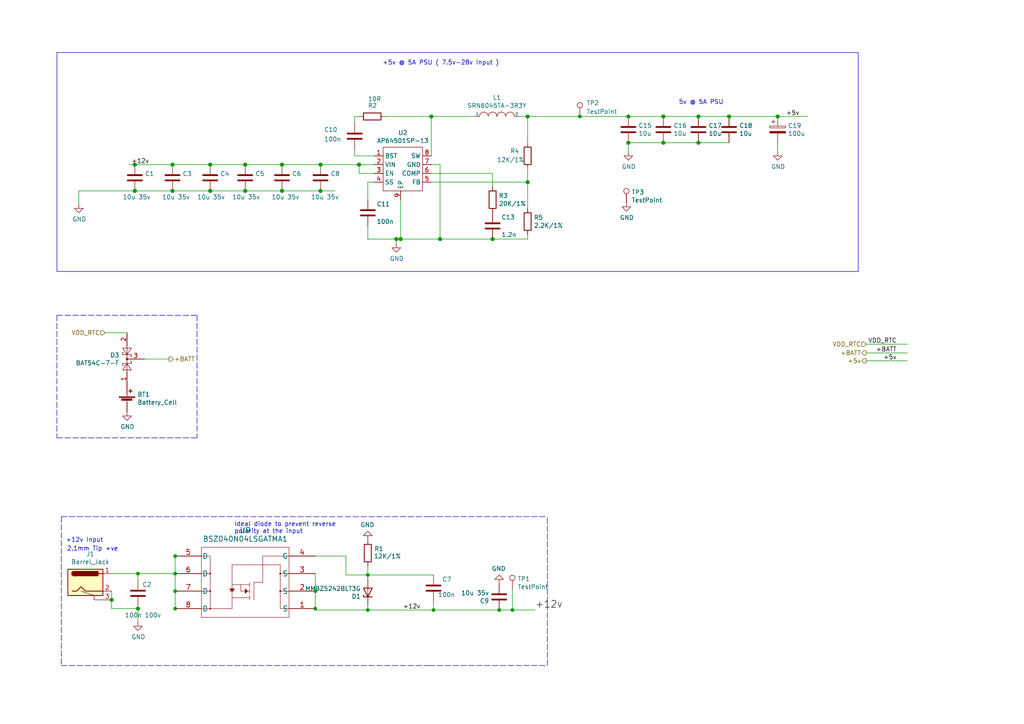
<source format=kicad_sch>
(kicad_sch (version 20230121) (generator eeschema)
  (paper "A4")
  (title_block (title "srvant-board MK1") (date "2021-07-14") (rev "rev-0.1dev"))
  (lib_symbols
    (symbol "CM4IO:AP64351"
      (property "Reference" "U" (at 0 8.89 0))
      (property "Value" "AP64351" (at 1.27 6.35 0))
      (symbol "AP64351_0_1"
        (rectangle (start -5.08 5.08) (end 6.35 -7.62))
      )
      (symbol "AP64351_1_1"
        (pin passive line (at -7.62 2.54 0) (length 2.54) (name "BST") (number "1"))
        (pin power_in line (at -7.62 0 0) (length 2.54) (name "VIN") (number "2"))
        (pin input line (at -7.62 -2.54 0) (length 2.54) (name "EN") (number "3"))
        (pin input line (at -7.62 -5.08 0) (length 2.54) (name "SS") (number "4"))
        (pin input line (at 8.89 -5.08 180) (length 2.54) (name "FB") (number "5"))
        (pin input line (at 8.89 -2.54 180) (length 2.54) (name "COMP") (number "6"))
        (pin power_in line (at 8.89 0 180) (length 2.54) (name "GND") (number "7"))
        (pin output line (at 8.89 2.54 180) (length 2.54) (name "SW") (number "8"))
        (pin passive line (at 0 -10.16 90) (length 2.54) (name "EP") (number "9"))
      )
    )
    (symbol "CM4IO:Barrel_Jack"
      (property "Reference" "J" (at 0 5.334 0))
      (property "Value" "Barrel_Jack" (at 0 -5.08 0))
      (symbol "Barrel_Jack_0_1"
        (rectangle (start -5.08 3.81) (end 5.08 -3.81) (stroke (width 0.254)) (fill (type background)))
        (arc (start -3.302 3.175) (mid -3.9343 2.54) (end -3.302 1.905) (stroke (width 0.254)))
        (arc (start -3.302 3.175) (mid -3.9343 2.54) (end -3.302 1.905) (stroke (width 0.254)) (fill (type outline)))
        (polyline (pts (xy 5.08 2.54) (xy 3.81 2.54)) (stroke (width 0.254)))
        (polyline (pts (xy 5.08 -5.08) (xy 2.54 -5.08) (xy 2.54 -3.81) (xy -1.27 -2.54)))
        (polyline (pts (xy -3.81 -2.54) (xy -2.54 -2.54) (xy -1.27 -1.27) (xy 0 -2.54) (xy 2.54 -2.54) (xy 5.08 -2.54)) (stroke (width 0.254)))
        (rectangle (start 3.683 3.175) (end -3.302 1.905) (stroke (width 0.254)) (fill (type outline)))
      )
      (symbol "Barrel_Jack_1_1"
        (pin passive line (at 7.62 2.54 180) (length 2.54) (name "~") (number "1"))
        (pin passive line (at 7.62 -2.54 180) (length 2.54) (name "~") (number "2"))
        (pin passive line (at 7.62 -5.08 180) (length 2.54) (name "~") (number "3"))
      )
    )
    (symbol "Connector:TestPoint" (pin_numbers hide) (pin_names (offset 0.762) hide)
      (property "Reference" "TP" (at 0 6.858 0))
      (property "Value" "TestPoint" (at 0 5.08 0))
      (symbol "TestPoint_0_1"
        (circle (center 0 3.302) (radius 0.762))
      )
      (symbol "TestPoint_1_1"
        (pin passive line (at 0 0 90) (length 2.54) (name "1") (number "1"))
      )
    )
    (symbol "Device:Battery_Cell" (pin_numbers hide) (pin_names (offset 0) hide)
      (property "Reference" "BT" (at 2.54 2.54 0))
      (property "Value" "Battery_Cell" (at 2.54 0 0))
      (symbol "Battery_Cell_0_1"
        (rectangle (start -2.286 1.778) (end 2.286 1.524) (fill (type outline)))
        (rectangle (start -1.5748 1.1938) (end 1.4732 0.6858) (fill (type outline)))
        (polyline (pts (xy 0 0.762) (xy 0 0)))
        (polyline (pts (xy 0 1.778) (xy 0 2.54)))
        (polyline (pts (xy 0.508 3.429) (xy 1.524 3.429)) (stroke (width 0.254)))
        (polyline (pts (xy 1.016 3.937) (xy 1.016 2.921)) (stroke (width 0.254)))
      )
      (symbol "Battery_Cell_1_1"
        (pin passive line (at 0 5.08 270) (length 2.54) (name "+") (number "1"))
        (pin passive line (at 0 -2.54 90) (length 2.54) (name "-") (number "2"))
      )
    )
    (symbol "Device:C" (pin_numbers hide) (pin_names (offset 0.254))
      (property "Reference" "C" (at 0.635 2.54 0))
      (property "Value" "C" (at 0.635 -2.54 0))
      (symbol "C_0_1"
        (polyline (pts (xy -2.032 -0.762) (xy 2.032 -0.762)) (stroke (width 0.508)))
        (polyline (pts (xy -2.032 0.762) (xy 2.032 0.762)) (stroke (width 0.508)))
      )
      (symbol "C_1_1"
        (pin passive line (at 0 3.81 270) (length 2.794) (name "~") (number "1"))
        (pin passive line (at 0 -3.81 90) (length 2.794) (name "~") (number "2"))
      )
    )
    (symbol "Device:CP" (pin_numbers hide) (pin_names (offset 0.254))
      (property "Reference" "C" (at 0.635 2.54 0))
      (property "Value" "CP" (at 0.635 -2.54 0))
      (symbol "CP_0_1"
        (rectangle (start -2.286 0.508) (end 2.286 1.016))
        (polyline (pts (xy -1.778 2.286) (xy -0.762 2.286)))
        (polyline (pts (xy -1.27 2.794) (xy -1.27 1.778)))
        (rectangle (start 2.286 -0.508) (end -2.286 -1.016) (fill (type outline)))
      )
      (symbol "CP_1_1"
        (pin passive line (at 0 3.81 270) (length 2.794) (name "~") (number "1"))
        (pin passive line (at 0 -3.81 90) (length 2.794) (name "~") (number "2"))
      )
    )
    (symbol "Device:R" (pin_numbers hide) (pin_names (offset 0))
      (property "Reference" "R" (at 2.032 0 90))
      (property "Value" "R" (at 0 0 90))
      (symbol "R_0_1"
        (rectangle (start -1.016 -2.54) (end 1.016 2.54) (stroke (width 0.254)))
      )
      (symbol "R_1_1"
        (pin passive line (at 0 3.81 270) (length 1.27) (name "~") (number "1"))
        (pin passive line (at 0 -3.81 90) (length 1.27) (name "~") (number "2"))
      )
    )
    (symbol "Diode:BAT54C"
      (property "Reference" "D" (at 0.635 -3.81 0))
      (property "Value" "BAT54C" (at -6.35 3.175 0))
      (symbol "BAT54C_0_1"
        (polyline (pts (xy -1.905 0) (xy 1.905 0)))
        (polyline (pts (xy -1.905 1.27) (xy -1.905 1.016)))
        (polyline (pts (xy -1.27 -1.27) (xy -0.635 -1.27)))
        (polyline (pts (xy -1.27 0) (xy -3.81 0)))
        (polyline (pts (xy -1.27 1.27) (xy -1.905 1.27)))
        (polyline (pts (xy -1.27 1.27) (xy -1.27 -1.27)))
        (polyline (pts (xy -0.635 -1.27) (xy -0.635 -1.016)))
        (polyline (pts (xy 0.635 -1.27) (xy 0.635 -1.016)))
        (polyline (pts (xy 1.27 -1.27) (xy 0.635 -1.27)))
        (polyline (pts (xy 1.27 1.27) (xy 1.27 -1.27)))
        (polyline (pts (xy 1.27 1.27) (xy 1.905 1.27)))
        (polyline (pts (xy 1.905 1.27) (xy 1.905 1.016)))
        (polyline (pts (xy 3.81 0) (xy 1.27 0)))
        (polyline (pts (xy -3.175 -1.27) (xy -3.175 1.27) (xy -1.27 0) (xy -3.175 -1.27)))
        (polyline (pts (xy 3.175 -1.27) (xy 3.175 1.27) (xy 1.27 0) (xy 3.175 -1.27)))
        (circle (center 0 0) (radius 0.254) (fill (type outline)))
      )
      (symbol "BAT54C_1_1"
        (pin passive line (at -7.62 0 0) (length 3.81) (name "~") (number "1"))
        (pin passive line (at 7.62 0 180) (length 3.81) (name "~") (number "2"))
        (pin passive line (at 0 -5.08 90) (length 5.08) (name "~") (number "3"))
      )
    )
    (symbol "Diode:BZX84Cxx" (pin_numbers hide) (pin_names hide)
      (property "Reference" "D" (at 0 2.54 0))
      (property "Value" "BZX84Cxx" (at 0 -2.54 0))
      (symbol "BZX84Cxx_0_1"
        (polyline (pts (xy 1.27 0) (xy -1.27 0)))
        (polyline (pts (xy -1.27 -1.27) (xy -1.27 1.27) (xy -0.762 1.27)) (stroke (width 0.254)))
        (polyline (pts (xy 1.27 -1.27) (xy 1.27 1.27) (xy -1.27 0) (xy 1.27 -1.27)) (stroke (width 0.254)))
      )
      (symbol "BZX84Cxx_1_1"
        (pin passive line (at -3.81 0 0) (length 2.54) (name "K") (number "1"))
        (pin passive line (at 3.81 0 180) (length 2.54) (name "A") (number "2"))
      )
    )
    (symbol "bsz086p03ns:BSZ040N04LSGATMA1" (pin_names (offset 0.254))
      (property "Reference" "U" (at 20.32 7.62 0))
      (property "Value" "BSZ040N04LSGATMA1" (at 20.32 5.08 0))
      (symbol "BSZ040N04LSGATMA1_1_1"
        (polyline (pts (xy 7.62 -17.78) (xy 33.02 -17.78)) (stroke (width 0.127)))
        (polyline (pts (xy 7.62 -15.24) (xy 15.24 -15.24)) (stroke (width 0.127)))
        (polyline (pts (xy 7.62 -10.16) (xy 10.16 -10.16)) (stroke (width 0.127)))
        (polyline (pts (xy 7.62 -5.08) (xy 10.16 -5.08)) (stroke (width 0.127)))
        (polyline (pts (xy 7.62 0) (xy 10.16 0)) (stroke (width 0.127)))
        (polyline (pts (xy 7.62 2.54) (xy 7.62 -17.78)) (stroke (width 0.127)))
        (polyline (pts (xy 10.16 0) (xy 10.16 -12.7)) (stroke (width 0.127)))
        (polyline (pts (xy 15.24 -7.62) (xy 15.24 -15.24)) (stroke (width 0.127)))
        (polyline (pts (xy 15.24 -7.62) (xy 17.78 -7.62)) (stroke (width 0.127)))
        (polyline (pts (xy 17.78 -2.54) (xy 17.78 -7.62)) (stroke (width 0.127)))
        (polyline (pts (xy 19.05 -6.985) (xy 24.13 -6.985)) (stroke (width 0.127)))
        (polyline (pts (xy 19.05 -6.35) (xy 19.05 -7.62)) (stroke (width 0.127)))
        (polyline (pts (xy 19.05 -5.08) (xy 21.59 -5.08)) (stroke (width 0.127)))
        (polyline (pts (xy 19.05 -4.445) (xy 19.05 -5.715)) (stroke (width 0.127)))
        (polyline (pts (xy 19.05 -3.175) (xy 24.13 -3.175)) (stroke (width 0.127)))
        (polyline (pts (xy 19.05 -2.54) (xy 19.05 -3.81)) (stroke (width 0.127)))
        (polyline (pts (xy 19.685 -5.08) (xy 20.32 -4.445)) (stroke (width 0.127)))
        (polyline (pts (xy 20.32 -5.715) (xy 19.685 -5.08)) (stroke (width 0.127)))
        (polyline (pts (xy 20.32 -4.445) (xy 20.32 -5.715)) (stroke (width 0.127)))
        (polyline (pts (xy 21.59 -5.08) (xy 21.59 -6.985)) (stroke (width 0.127)))
        (polyline (pts (xy 23.495 -5.715) (xy 24.765 -5.715)) (stroke (width 0.127)))
        (polyline (pts (xy 23.495 -5.08) (xy 24.765 -5.08)) (stroke (width 0.127)))
        (polyline (pts (xy 24.13 -12.7) (xy 10.16 -12.7)) (stroke (width 0.127)))
        (polyline (pts (xy 24.13 -5.08) (xy 23.495 -5.715)) (stroke (width 0.127)))
        (polyline (pts (xy 24.13 0) (xy 24.13 -12.7)) (stroke (width 0.127)))
        (polyline (pts (xy 24.13 0) (xy 33.02 0)) (stroke (width 0.127)))
        (polyline (pts (xy 24.765 -5.715) (xy 24.13 -5.08)) (stroke (width 0.127)))
        (polyline (pts (xy 30.48 -15.24) (xy 33.02 -15.24)) (stroke (width 0.127)))
        (polyline (pts (xy 30.48 -10.16) (xy 33.02 -10.16)) (stroke (width 0.127)))
        (polyline (pts (xy 30.48 -5.08) (xy 33.02 -5.08)) (stroke (width 0.127)))
        (polyline (pts (xy 30.48 0) (xy 30.48 -15.24)) (stroke (width 0.127)))
        (polyline (pts (xy 33.02 -17.78) (xy 33.02 2.54)) (stroke (width 0.127)))
        (polyline (pts (xy 33.02 2.54) (xy 7.62 2.54)) (stroke (width 0.127)))
        (polyline (pts (xy 19.685 -5.08) (xy 20.32 -4.445) (xy 20.32 -5.715) (xy 19.685 -5.08)) (fill (type outline)))
        (polyline (pts (xy 24.13 -5.08) (xy 23.495 -5.715) (xy 24.765 -5.715) (xy 24.13 -5.08)) (fill (type outline)))
        (circle (center 10.16 -10.16) (radius 0.127) (stroke (width 0.254)))
        (arc (start 10.16 -10.033) (mid 10.16 -10.033) (end 10.16 -10.033) (stroke (width 0.254)))
        (circle (center 10.16 -5.08) (radius 0.127) (stroke (width 0.254)))
        (arc (start 10.16 -4.953) (mid 10.16 -4.953) (end 10.16 -4.953) (stroke (width 0.254)))
        (circle (center 30.48 -10.16) (radius 0.127) (stroke (width 0.254)))
        (arc (start 30.48 -10.033) (mid 30.48 -10.033) (end 30.48 -10.033) (stroke (width 0.254)))
        (circle (center 30.48 -5.08) (radius 0.127) (stroke (width 0.254)))
        (arc (start 30.48 -4.953) (mid 30.48 -4.953) (end 30.48 -4.953) (stroke (width 0.254)))
        (circle (center 30.48 0) (radius 0.127) (stroke (width 0.254)))
        (arc (start 30.48 0.127) (mid 30.48 0.127) (end 30.48 0.127) (stroke (width 0.254)))
        (pin unspecified line (at 0 0 0) (length 7.62) (name "S") (number "1"))
        (pin unspecified line (at 0 -5.08 0) (length 7.62) (name "S") (number "2"))
        (pin unspecified line (at 0 -10.16 0) (length 7.62) (name "S") (number "3"))
        (pin unspecified line (at 0 -15.24 0) (length 7.62) (name "G") (number "4"))
        (pin unspecified line (at 40.64 -15.24 180) (length 7.62) (name "D") (number "5"))
        (pin unspecified line (at 40.64 -10.16 180) (length 7.62) (name "D") (number "6"))
        (pin unspecified line (at 40.64 -5.08 180) (length 7.62) (name "D") (number "7"))
        (pin unspecified line (at 40.64 0 180) (length 7.62) (name "D") (number "8"))
      )
    )
    (symbol "power:GND" (power) (pin_names (offset 0))
      (property "Value" "GND" (at 0 -3.81 0))
      (symbol "GND_0_1"
        (polyline (pts (xy 0 0) (xy 0 -1.27) (xy 1.27 -1.27) (xy 0 -2.54) (xy -1.27 -1.27) (xy 0 -1.27)))
      )
      (symbol "GND_1_1"
        (pin power_in line (at 0 0 270) (length 0) hide (name "GND") (number "1"))
      )
    )
    (symbol "pspice:INDUCTOR" (pin_numbers hide) (pin_names (offset 0))
      (property "Reference" "L" (at 0 2.54 0))
      (property "Value" "INDUCTOR" (at 0 -1.27 0))
      (symbol "INDUCTOR_0_1"
        (arc (start -2.54 0) (mid -3.81 1.2645) (end -5.08 0))
        (arc (start 0 0) (mid -1.27 1.2645) (end -2.54 0))
        (arc (start 2.54 0) (mid 1.27 1.2645) (end 0 0))
        (arc (start 5.08 0) (mid 3.81 1.2645) (end 2.54 0))
      )
      (symbol "INDUCTOR_1_1"
        (pin input line (at -6.35 0 0) (length 1.27) (name "1") (number "1"))
        (pin input line (at 6.35 0 180) (length 1.27) (name "2") (number "2"))
      )
    )
  )
  (junction (at 91.44 171.45) (diameter 0.9144))
  (junction (at 106.68 166.7764) (diameter 0.9144))
  (junction (at 50.038 55.372) (diameter 1.016))
  (junction (at 125.73 176.9364) (diameter 0.9144))
  (junction (at 104.14 47.752) (diameter 1.016))
  (junction (at 39.116 47.752) (diameter 1.016))
  (junction (at 32.385 173.99) (diameter 1.016))
  (junction (at 127.635 69.342) (diameter 1.016))
  (junction (at 50.8 176.53) (diameter 0.9144))
  (junction (at 168.1734 33.782) (diameter 0.9144))
  (junction (at 39.116 55.372) (diameter 1.016))
  (junction (at 225.552 33.782) (diameter 1.016))
  (junction (at 92.964 55.372) (diameter 1.016))
  (junction (at 50.8 166.37) (diameter 0.9144))
  (junction (at 142.875 69.342) (diameter 1.016))
  (junction (at 50.8 161.29) (diameter 0.9144))
  (junction (at 60.96 47.752) (diameter 1.016))
  (junction (at 153.035 33.782) (diameter 1.016))
  (junction (at 71.12 47.752) (diameter 1.016))
  (junction (at 114.935 69.342) (diameter 1.016))
  (junction (at 202.565 33.782) (diameter 1.016))
  (junction (at 192.405 33.782) (diameter 1.016))
  (junction (at 40.005 166.37) (diameter 0.9144))
  (junction (at 153.035 52.832) (diameter 1.016))
  (junction (at 202.565 41.402) (diameter 1.016))
  (junction (at 60.96 55.372) (diameter 1.016))
  (junction (at 144.78 176.9364) (diameter 0.9144))
  (junction (at 81.788 55.372) (diameter 1.016))
  (junction (at 92.964 47.752) (diameter 1.016))
  (junction (at 91.44 176.53) (diameter 0.9144))
  (junction (at 71.12 55.372) (diameter 1.016))
  (junction (at 148.6154 176.9364) (diameter 0.9144))
  (junction (at 182.245 41.402) (diameter 1.016))
  (junction (at 125.095 33.782) (diameter 1.016))
  (junction (at 106.68 176.9364) (diameter 0.9144))
  (junction (at 192.405 41.402) (diameter 1.016))
  (junction (at 50.8 171.45) (diameter 0.9144))
  (junction (at 116.205 69.342) (diameter 1.016))
  (junction (at 40.005 176.53) (diameter 1.016))
  (junction (at 50.038 47.752) (diameter 1.016))
  (junction (at 81.788 47.752) (diameter 1.016))
  (junction (at 211.455 33.782) (diameter 1.016))
  (junction (at 182.245 33.782) (diameter 1.016))
  (wire (pts (xy 111.76 33.782) (xy 125.095 33.782)))
  (wire (pts (xy 102.87 43.307) (xy 102.87 45.212)))
  (wire (pts (xy 150.495 33.782) (xy 153.035 33.782)))
  (wire (pts (xy 91.44 176.53) (xy 91.44 176.9364)))
  (polyline (pts (xy 57.15 91.44) (xy 57.15 127)) (stroke (width 0) (type dash)))
  (wire (pts (xy 60.96 47.752) (xy 71.12 47.752)))
  (wire (pts (xy 37.465 47.752) (xy 39.116 47.752)))
  (wire (pts (xy 142.875 69.342) (xy 153.035 69.342)))
  (wire (pts (xy 225.552 33.782) (xy 234.315 33.782)))
  (wire (pts (xy 92.964 55.372) (xy 97.155 55.372)))
  (wire (pts (xy 40.005 166.37) (xy 40.005 168.275)))
  (wire (pts (xy 106.68 176.9364) (xy 125.73 176.9364)))
  (wire (pts (xy 125.73 176.9364) (xy 144.78 176.9364)))
  (wire (pts (xy 22.86 55.372) (xy 22.86 59.182)))
  (wire (pts (xy 102.87 33.782) (xy 104.14 33.782)))
  (wire (pts (xy 153.035 33.782) (xy 168.1734 33.782)))
  (wire (pts (xy 168.1734 33.782) (xy 182.245 33.782)))
  (wire (pts (xy 127.635 69.342) (xy 142.875 69.342)))
  (wire (pts (xy 60.96 55.372) (xy 71.12 55.372)))
  (wire (pts (xy 225.552 41.402) (xy 225.552 43.942)))
  (wire (pts (xy 106.68 69.342) (xy 114.935 69.342)))
  (wire (pts (xy 125.095 33.782) (xy 125.095 45.212)))
  (polyline (pts (xy 16.51 91.44) (xy 57.15 91.44)) (stroke (width 0) (type dash)))
  (wire (pts (xy 125.095 52.832) (xy 153.035 52.832)))
  (wire (pts (xy 182.245 33.782) (xy 192.405 33.782)))
  (wire (pts (xy 153.035 33.782) (xy 153.035 41.402)))
  (wire (pts (xy 39.116 47.752) (xy 50.038 47.752)))
  (polyline (pts (xy 16.51 15.24) (xy 16.51 78.74)) (stroke (width 0) (type solid)))
  (wire (pts (xy 32.385 176.53) (xy 32.385 173.99)))
  (wire (pts (xy 106.68 166.7764) (xy 106.68 168.0464)))
  (wire (pts (xy 125.73 166.7764) (xy 106.68 166.7764)))
  (wire (pts (xy 81.788 47.752) (xy 92.964 47.752)))
  (wire (pts (xy 30.48 96.52) (xy 36.83 96.52)))
  (wire (pts (xy 116.205 57.912) (xy 116.205 69.342)))
  (polyline (pts (xy 17.78 149.86) (xy 17.78 193.04)) (stroke (width 0) (type dash)))
  (polyline (pts (xy 17.78 149.86) (xy 124.46 149.86)) (stroke (width 0) (type dash)))
  (polyline (pts (xy 17.78 193.04) (xy 124.46 193.04)) (stroke (width 0) (type dash)))
  (polyline (pts (xy 158.75 193.04) (xy 158.75 149.86)) (stroke (width 0) (type dash)))
  (wire (pts (xy 39.116 55.372) (xy 50.038 55.372)))
  (wire (pts (xy 100.33 166.7764) (xy 106.68 166.7764)))
  (polyline (pts (xy 16.51 15.24) (xy 248.92 15.24)) (stroke (width 0) (type solid)))
  (wire (pts (xy 91.44 166.37) (xy 91.44 171.45)))
  (wire (pts (xy 142.875 54.102) (xy 142.875 50.292)))
  (wire (pts (xy 50.8 161.2392) (xy 50.8 161.29)))
  (wire (pts (xy 50.8 161.29) (xy 50.8 166.37)))
  (wire (pts (xy 50.8 166.37) (xy 50.8 171.45)))
  (wire (pts (xy 50.8 171.45) (xy 50.8 176.53)))
  (wire (pts (xy 50.8 176.53) (xy 50.8508 176.53)))
  (wire (pts (xy 50.038 47.752) (xy 60.96 47.752)))
  (polyline (pts (xy 124.46 193.04) (xy 158.75 193.04)) (stroke (width 0) (type dash)))
  (wire (pts (xy 40.005 176.53) (xy 40.005 180.34)))
  (wire (pts (xy 251.206 102.362) (xy 263.144 102.362)))
  (wire (pts (xy 153.035 52.832) (xy 153.035 60.452)))
  (wire (pts (xy 104.14 47.752) (xy 108.585 47.752)))
  (wire (pts (xy 108.585 52.832) (xy 106.68 52.832)))
  (wire (pts (xy 91.44 171.45) (xy 91.44 176.53)))
  (wire (pts (xy 50.038 55.372) (xy 60.96 55.372)))
  (wire (pts (xy 116.205 69.342) (xy 127.635 69.342)))
  (wire (pts (xy 71.12 47.752) (xy 81.788 47.752)))
  (wire (pts (xy 102.87 45.212) (xy 108.585 45.212)))
  (wire (pts (xy 40.005 175.895) (xy 40.005 176.53)))
  (wire (pts (xy 106.68 175.6664) (xy 106.68 176.9364)))
  (wire (pts (xy 71.12 55.372) (xy 81.788 55.372)))
  (wire (pts (xy 125.095 50.292) (xy 142.875 50.292)))
  (wire (pts (xy 192.405 41.402) (xy 182.245 41.402)))
  (wire (pts (xy 22.86 55.372) (xy 39.116 55.372)))
  (wire (pts (xy 125.73 174.3964) (xy 125.73 176.9364)))
  (wire (pts (xy 148.6154 170.8912) (xy 148.6154 176.9364)))
  (wire (pts (xy 211.455 33.782) (xy 225.552 33.782)))
  (wire (pts (xy 106.68 52.832) (xy 106.68 57.912)))
  (wire (pts (xy 114.935 70.612) (xy 114.935 69.342)))
  (wire (pts (xy 202.565 41.402) (xy 192.405 41.402)))
  (wire (pts (xy 125.095 47.752) (xy 127.635 47.752)))
  (wire (pts (xy 91.44 161.29) (xy 100.33 161.29)))
  (wire (pts (xy 100.33 161.29) (xy 100.33 166.7764)))
  (wire (pts (xy 102.87 35.687) (xy 102.87 33.782)))
  (wire (pts (xy 125.095 33.782) (xy 137.795 33.782)))
  (wire (pts (xy 127.635 47.752) (xy 127.635 69.342)))
  (wire (pts (xy 32.385 176.53) (xy 40.005 176.53)))
  (polyline (pts (xy 16.51 91.44) (xy 16.51 127)) (stroke (width 0) (type dash)))
  (polyline (pts (xy 124.46 149.86) (xy 158.75 149.86)) (stroke (width 0) (type dash)))
  (wire (pts (xy 91.44 176.9364) (xy 106.68 176.9364)))
  (wire (pts (xy 144.78 176.9364) (xy 148.6154 176.9364)))
  (wire (pts (xy 148.6154 176.9364) (xy 155.194 176.9364)))
  (wire (pts (xy 104.14 50.292) (xy 108.585 50.292)))
  (wire (pts (xy 182.245 41.402) (xy 182.245 43.942)))
  (polyline (pts (xy 248.92 15.24) (xy 248.92 78.74)) (stroke (width 0) (type solid)))
  (wire (pts (xy 106.68 65.532) (xy 106.68 69.342)))
  (wire (pts (xy 104.14 47.752) (xy 104.14 50.292)))
  (polyline (pts (xy 248.92 78.74) (xy 16.51 78.74)) (stroke (width 0) (type solid)))
  (wire (pts (xy 251.206 104.648) (xy 263.144 104.648)))
  (wire (pts (xy 92.964 47.752) (xy 104.14 47.752)))
  (wire (pts (xy 32.385 166.37) (xy 40.005 166.37)))
  (wire (pts (xy 40.005 166.37) (xy 50.8 166.37)))
  (polyline (pts (xy 16.51 127) (xy 57.15 127)) (stroke (width 0) (type dash)))
  (wire (pts (xy 211.455 41.402) (xy 202.565 41.402)))
  (wire (pts (xy 202.565 33.782) (xy 211.455 33.782)))
  (wire (pts (xy 114.935 69.342) (xy 116.205 69.342)))
  (wire (pts (xy 106.68 164.2364) (xy 106.68 166.7764)))
  (wire (pts (xy 153.035 69.342) (xy 153.035 68.072)))
  (wire (pts (xy 153.035 49.022) (xy 153.035 52.832)))
  (wire (pts (xy 81.788 55.372) (xy 92.964 55.372)))
  (wire (pts (xy 251.206 99.822) (xy 263.144 99.822)))
  (wire (pts (xy 32.385 173.99) (xy 32.385 171.45)))
  (wire (pts (xy 41.91 104.14) (xy 49.022 104.14)))
  (wire (pts (xy 192.405 33.782) (xy 202.565 33.782)))
  (text "+5v @ 5A PSU ( 7.5v-28v Input )" (at 144.78 19.05 0) (effects (font (size 1.27 1.27)) (justify right bottom)))
  (text "Ideal diode to prevent reverse\npolarity at the input" (at 67.945 154.94 0) (effects (font (size 1.27 1.27)) (justify left bottom)))
  (text "+12v Input" (at 19.05 157.48 0) (effects (font (size 1.27 1.27)) (justify left bottom)))
  (text "2.1mm Tip +ve" (at 34.29 160.02 0) (effects (font (size 1.27 1.27)) (justify right bottom)))
  (text "5v @ 5A PSU\n" (at 196.85 30.48 0) (effects (font (size 1.27 1.27)) (justify left bottom)))
  (label "+12v" (at 116.84 176.9364 0))
  (label "+5v" (at 227.965 33.782 0))
  (label "+BATT" (at 260.096 102.362 180))
  (label "+5v" (at 260.096 104.648 180))
  (label "+12v" (at 38.1 47.752 0))
  (label "VDD_RTC" (at 260.096 99.822 180))
  (label "+12v" (at 155.194 176.9364 0) (effects (font (size 2.0066 2.0066))))
  (hierarchical_label "+BATT" (shape output) (at 49.022 104.14 0))
  (hierarchical_label "+5v" (shape output) (at 251.206 104.648 180))
  (hierarchical_label "VDD_RTC" (shape input) (at 30.48 96.52 180))
  (hierarchical_label "+BATT" (shape output) (at 251.206 102.362 180))
  (hierarchical_label "VDD_RTC" (shape input) (at 251.206 99.822 180))
  (symbol (lib_id "Device:C") (at 50.038 51.562 0) (unit 1)
    (property "Reference" "C3" (at 52.959 50.3936 0) (effects (justify left)))
    (property "Value" "10u 35v" (at 46.99 57.15 0) (effects (justify left)))
    (property "Footprint" "Capacitor_SMD:C_0402_1005Metric" (effects hide))
    (property "Datasheet" "https://www.murata.com/en-global/products/productdetail.aspx?partno=GRM21BC8YA106ME11%23" (effects hide))
    (property "Field5" "490-10505-1-ND" (effects hide))
    (property "Field4" "Digikey" (effects hide))
    (property "Field6" "GRM21BC8YA106KE11L " (effects hide))
    (property "Field7" "Murata" (effects hide))
    (property "Part Description" "	10uF 10% or 20% 35V Ceramic Capacitor X6S 0805 (2012 Metric)" (effects hide))
  )
  (symbol (lib_id "Device:C") (at 71.12 51.562 0) (unit 1)
    (property "Reference" "C5" (at 74.041 50.3936 0) (effects (justify left)))
    (property "Value" "10u 35v" (at 67.31 57.15 0) (effects (justify left)))
    (property "Footprint" "Capacitor_SMD:C_0402_1005Metric" (effects hide))
    (property "Datasheet" "https://www.murata.com/en-global/products/productdetail.aspx?partno=GRM21BC8YA106ME11%23" (effects hide))
    (property "Field5" "490-10505-1-ND" (effects hide))
    (property "Field4" "Digikey" (effects hide))
    (property "Field6" "GRM21BC8YA106KE11L " (effects hide))
    (property "Field7" "Murata" (effects hide))
    (property "Part Description" "	10uF 10% or 20% 35V Ceramic Capacitor X6S 0805 (2012 Metric)" (effects hide))
  )
  (symbol (lib_id "power:GND") (at 225.552 43.942 0) (unit 1)
    (property "Reference" "#PWR0103" (effects hide))
    (property "Value" "GND" (at 225.679 48.3362 0))
  )
  (symbol (lib_id "Device:R") (at 153.035 45.212 0) (unit 1)
    (property "Reference" "R4" (at 147.955 43.815 0) (effects (justify left)))
    (property "Value" "12K/1%" (at 144.145 46.355 0) (effects (justify left)))
    (property "Footprint" "Resistor_SMD:R_0402_1005Metric" (effects hide))
    (property "Datasheet" "https://fscdn.rohm.com/en/products/databook/datasheet/passive/resistor/chip_resistor/mcr-e.pdf" (effects hide))
    (property "Field4" "Farnell" (effects hide))
    (property "Field5" "9239367" (effects hide))
    (property "Field7" "Rohm" (effects hide))
    (property "Field6" "MCR01MZPF1202" (effects hide))
    (property "Part Description" "Resistor 12K M1005 1% 63mW" (effects hide))
  )
  (symbol (lib_id "pspice:INDUCTOR") (at 144.145 33.782 0) (unit 1)
    (property "Reference" "L1" (at 144.145 28.321 0))
    (property "Value" "SRN6045TA-3R3Y" (at 144.145 30.6324 0))
    (property "Footprint" "Inductor_SMD:L_Bourns_SRN6045TA" (effects hide))
    (property "Datasheet" "https://www.bourns.com/docs/Product-Datasheets/SRN6045TA.pdf" (effects hide))
    (property "Field4" "Farnell" (effects hide))
    (property "Field5" "2616889" (effects hide))
    (property "Field6" "SRN6045TA-3R3Y" (effects hide))
    (property "Field7" "Bourns" (effects hide))
    (property "Part Description" "3.3µH Semi-Shielded Wirewound Inductor 7.8A 21mOhm Nonstandard" (effects hide))
  )
  (symbol (lib_id "Device:R") (at 142.875 57.912 0) (unit 1)
    (property "Reference" "R3" (at 144.653 56.7436 0) (effects (justify left)))
    (property "Value" "20K/1%" (at 144.653 59.055 0) (effects (justify left)))
    (property "Footprint" "Resistor_SMD:R_0402_1005Metric" (effects hide))
    (property "Datasheet" "https://fscdn.rohm.com/en/products/databook/datasheet/passive/resistor/chip_resistor/mcr-e.pdf" (effects hide))
    (property "Field4" "Farnell" (effects hide))
    (property "Field5" "2331485" (effects hide))
    (property "Field7" "KOA EUROPE GMBH" (effects hide))
    (property "Field6" "RK73H1ETTP2002F" (effects hide))
    (property "Part Description" "Resistor 20K M1005 1% 63mW" (effects hide))
  )
  (symbol (lib_id "power:GND") (at 22.86 59.182 0) (unit 1)
    (property "Reference" "#PWR0104" (effects hide))
    (property "Value" "GND" (at 22.987 63.5762 0))
  )
  (symbol (lib_id "Connector:TestPoint") (at 148.6154 170.8912 0) (unit 1)
    (property "Reference" "TP1" (at 150.0886 167.894 0) (effects (justify left)))
    (property "Value" "TestPoint" (at 150.0886 170.2054 0) (effects (justify left)))
    (property "Footprint" "TestPoint:TestPoint_Pad_2.0x2.0mm" (effects hide))
    (property "Field4" "nf" (effects hide))
    (property "Field5" "nf" (effects hide))
    (property "Field6" "nf" (effects hide))
    (property "Field7" "nf" (effects hide))
  )
  (symbol (lib_id "Device:C") (at 202.565 37.592 0) (unit 1)
    (property "Reference" "C17" (at 205.486 36.4236 0) (effects (justify left)))
    (property "Value" "10u" (at 205.486 38.735 0) (effects (justify left)))
    (property "Footprint" "Capacitor_SMD:C_0805_2012Metric" (effects hide))
    (property "Datasheet" "https://search.murata.co.jp/Ceramy/image/img/A01X/G101/ENG/GRM21BR71A106KA73-01.pdf" (effects hide))
    (property "Field5" "490-14381-1-ND" (effects hide))
    (property "Field4" "Digikey" (effects hide))
    (property "Field6" "GRM21BR71A106KA73L" (effects hide))
    (property "Field7" "Murata" (effects hide))
    (property "Part Description" "	10uF 10% 10V Ceramic Capacitor X7R 0805 (2012 Metric)" (effects hide))
    (property "Field8" "111893011" (effects hide))
  )
  (symbol (lib_id "Device:C") (at 144.78 173.1264 180) (unit 1)
    (property "Reference" "C9" (at 141.859 174.2948 0) (effects (justify left)))
    (property "Value" "10u 35v" (at 141.859 171.9834 0) (effects (justify left)))
    (property "Footprint" "Capacitor_SMD:C_0402_1005Metric" (effects hide))
    (property "Datasheet" "https://www.murata.com/en-global/products/productdetail.aspx?partno=GRM21BC8YA106ME11%23" (effects hide))
    (property "Field5" "490-10505-1-ND" (effects hide))
    (property "Field4" "Digikey" (effects hide))
    (property "Field6" "GRM21BC8YA106KE11L " (effects hide))
    (property "Field7" "Murata" (effects hide))
    (property "Part Description" "	10uF 10% or 20% 35V Ceramic Capacitor X6S 0805 (2012 Metric)" (effects hide))
  )
  (symbol (lib_id "Device:C") (at 40.005 172.085 0) (unit 1)
    (property "Reference" "C2" (at 41.275 169.545 0) (effects (justify left)))
    (property "Value" "100n 100v" (at 36.195 178.435 0) (effects (justify left)))
    (property "Footprint" "Capacitor_SMD:C_1206_3216Metric" (effects hide))
    (property "Datasheet" "https://psearch.en.murata.com/capacitor/product/GRM155R62A104KE14%23.pdf" (effects hide))
    (property "Field4" "Farnell" (effects hide))
    (property "Field5" "2611907" (effects hide))
    (property "Field6" "GRM155R62A104KE14D" (effects hide))
    (property "Field7" "Murata" (effects hide))
    (property "Part Description" "0.1uF 10% 100V Ceramic Capacitor X5R 0402 (1005 Metric)" (effects hide))
  )
  (symbol (lib_id "power:GND") (at 144.78 169.3164 180) (unit 1)
    (property "Reference" "#PWR0102" (effects hide))
    (property "Value" "GND" (at 144.653 164.9222 0))
  )
  (symbol (lib_id "Device:C") (at 60.96 51.562 0) (unit 1)
    (property "Reference" "C4" (at 63.881 50.3936 0) (effects (justify left)))
    (property "Value" "10u 35v" (at 57.15 57.15 0) (effects (justify left)))
    (property "Footprint" "Capacitor_SMD:C_0402_1005Metric" (effects hide))
    (property "Datasheet" "https://www.murata.com/en-global/products/productdetail.aspx?partno=GRM21BC8YA106ME11%23" (effects hide))
    (property "Field5" "490-10505-1-ND" (effects hide))
    (property "Field4" "Digikey" (effects hide))
    (property "Field6" "GRM21BC8YA106KE11L " (effects hide))
    (property "Field7" "Murata" (effects hide))
    (property "Part Description" "	10uF 10% or 20% 35V Ceramic Capacitor X6S 0805 (2012 Metric)" (effects hide))
  )
  (symbol (lib_id "power:GND") (at 181.6862 58.7248 0) (unit 1)
    (property "Reference" "#PWR0182" (effects hide))
    (property "Value" "GND" (at 181.8132 63.119 0))
  )
  (symbol (lib_id "CM4IO:AP64351") (at 116.205 47.752 0) (unit 1)
    (property "Reference" "U2" (at 116.84 38.5064 0))
    (property "Value" "AP64501SP-13" (at 116.84 40.8178 0))
    (property "Footprint" "Package_SO:SOIC-8-1EP_3.9x4.9mm_P1.27mm_EP2.95x4.9mm_Mask2.71x3.4mm_ThermalVias" (effects hide))
    (property "Datasheet" "https://www.diodes.com/assets/Datasheets/AP64501.pdf" (effects hide))
    (property "Field4" "Digikey" (effects hide))
    (property "Field5" "31-AP64501SP-13CT-ND" (effects hide))
    (property "Field6" "AP64501SP-13" (effects hide))
    (property "Field7" "Diodes" (effects hide))
    (property "Part Description" "Buck Switching Regulator IC Positive Adjustable 0.8V 1 Output 5A 8-SOIC (0.154\", 3.90mm Width) Exposed Pad" (effects hide))
  )
  (symbol (lib_id "Device:C") (at 92.964 51.562 0) (unit 1)
    (property "Reference" "C8" (at 95.885 50.3936 0) (effects (justify left)))
    (property "Value" "10u 35v" (at 90.17 57.15 0) (effects (justify left)))
    (property "Footprint" "Capacitor_SMD:C_0402_1005Metric" (effects hide))
    (property "Datasheet" "https://www.murata.com/en-global/products/productdetail.aspx?partno=GRM21BC8YA106ME11%23" (effects hide))
    (property "Field5" "490-10505-1-ND" (effects hide))
    (property "Field4" "Digikey" (effects hide))
    (property "Field6" "GRM21BC8YA106KE11L " (effects hide))
    (property "Field7" "Murata" (effects hide))
    (property "Part Description" "	10uF 10% or 20% 35V Ceramic Capacitor X6S 0805 (2012 Metric)" (effects hide))
  )
  (symbol (lib_id "Device:R") (at 107.95 33.782 270) (unit 1)
    (property "Reference" "R2" (at 106.68 30.607 90) (effects (justify left)))
    (property "Value" "10R" (at 106.68 28.702 90) (effects (justify left)))
    (property "Footprint" "Resistor_SMD:R_0402_1005Metric" (effects hide))
    (property "Datasheet" "https://fscdn.rohm.com/en/products/databook/datasheet/passive/resistor/chip_resistor/mcr-e.pdf" (effects hide))
    (property "Field4" "Farnell" (effects hide))
    (property "Field5" "9238999" (effects hide))
    (property "Field7" "Yageo" (effects hide))
    (property "Field6" "RC0402FR-0710RL" (effects hide))
    (property "Field8" "URES00256" (effects hide))
    (property "Part Description" "Resistor 10R M1005 1% 63mW" (effects hide))
  )
  (symbol (lib_id "Connector:TestPoint") (at 181.6862 58.7248 0) (unit 1)
    (property "Reference" "TP3" (at 183.1594 55.7276 0) (effects (justify left)))
    (property "Value" "TestPoint" (at 183.1594 58.039 0) (effects (justify left)))
    (property "Footprint" "TestPoint:TestPoint_Pad_2.0x2.0mm" (effects hide))
    (property "Field4" "nf" (effects hide))
    (property "Field5" "nf" (effects hide))
    (property "Field6" "nf" (effects hide))
    (property "Field7" "nf" (effects hide))
  )
  (symbol (lib_id "Device:C") (at 102.87 39.497 0) (unit 1)
    (property "Reference" "C10" (at 93.98 37.592 0) (effects (justify left)))
    (property "Value" "100n" (at 93.98 40.386 0) (effects (justify left)))
    (property "Footprint" "Capacitor_SMD:C_0402_1005Metric" (effects hide))
    (property "Datasheet" "https://search.murata.co.jp/Ceramy/image/img/A01X/G101/ENG/GRM155R71C104KA88-01.pdf" (effects hide))
    (property "Field4" "Farnell" (effects hide))
    (property "Field5" "2611911" (effects hide))
    (property "Field6" "RM EMK105 B7104KV-F" (effects hide))
    (property "Field7" "TAIYO YUDEN EUROPE GMBH" (effects hide))
    (property "Part Description" "	0.1uF 10% 16V Ceramic Capacitor X7R 0402 (1005 Metric)" (effects hide))
    (property "Field8" "110091611" (effects hide))
  )
  (symbol (lib_id "power:GND") (at 182.245 43.942 0) (unit 1)
    (property "Reference" "#PWR0107" (effects hide))
    (property "Value" "GND" (at 182.372 48.3362 0))
  )
  (symbol (lib_id "Device:C") (at 39.116 51.562 0) (unit 1)
    (property "Reference" "C1" (at 42.037 50.3936 0) (effects (justify left)))
    (property "Value" "10u 35v" (at 35.56 57.15 0) (effects (justify left)))
    (property "Footprint" "Capacitor_SMD:C_0402_1005Metric" (effects hide))
    (property "Datasheet" "https://www.murata.com/en-global/products/productdetail.aspx?partno=GRM21BC8YA106ME11%23" (effects hide))
    (property "Field5" "490-10505-1-ND" (effects hide))
    (property "Field4" "Digikey" (effects hide))
    (property "Field6" "GRM21BC8YA106KE11L " (effects hide))
    (property "Field7" "Murata" (effects hide))
    (property "Part Description" "	10uF 10% or 20% 35V Ceramic Capacitor X6S 0805 (2012 Metric)" (effects hide))
  )
  (symbol (lib_id "CM4IO:Barrel_Jack") (at 24.765 168.91 0) (unit 1)
    (property "Reference" "J1" (at 26.2128 160.655 0))
    (property "Value" "Barrel_Jack" (at 26.2128 162.9664 0))
    (property "Footprint" "Connector_BarrelJack:BarrelJack_Horizontal" (effects hide))
    (property "Datasheet" "https://www.toby.co.uk/uploads/publications/842.pdf" (effects hide))
    (property "Field4" "Toby" (effects hide))
    (property "Field5" "DC-001-A-2.1mm-R" (effects hide))
    (property "Part Description" "DC Power Connectors PCB 2.1MM" (effects hide))
    (property "Field6" "DC-001-A-2.1mm-R" (effects hide))
    (property "Field7" "Valcon" (effects hide))
  )
  (symbol (lib_id "Device:C") (at 142.875 65.532 0) (unit 1)
    (property "Reference" "C13" (at 145.415 62.992 0) (effects (justify left)))
    (property "Value" "1.2n" (at 145.415 68.072 0) (effects (justify left)))
    (property "Footprint" "Capacitor_SMD:C_0402_1005Metric" (effects hide))
    (property "Datasheet" "http://www.farnell.com/datasheets/2734135.pdf?_ga=2.259347658.1738794919.1588350964-1787849031.1568210898&_gac=1.15394434.1588350964.EAIaIQobChMIgrHHs4yT6QIVxevtCh39TA_nEAAYASAAEgK8PfD_BwE" (effects hide))
    (property "Field4" "Digikey" (effects hide))
    (property "Field5" "490-16429-1-ND" (effects hide))
    (property "Field6" "GCM155R71H122KA37D" (effects hide))
    (property "Field7" "Murata" (effects hide))
    (property "Part Description" "1200pF 10% 10V Ceramic Capacitor X5R 0402 (1005 Metric)" (effects hide))
  )
  (symbol (lib_id "Connector:TestPoint") (at 168.1734 33.782 0) (unit 1)
    (property "Reference" "TP2" (at 170.0784 29.845 0) (effects (justify left)))
    (property "Value" "TestPoint" (at 170.0784 32.385 0) (effects (justify left)))
    (property "Footprint" "TestPoint:TestPoint_Pad_2.0x2.0mm" (effects hide))
    (property "Field4" "nf" (effects hide))
    (property "Field5" "nf" (effects hide))
    (property "Field6" "nf" (effects hide))
    (property "Field7" "nf" (effects hide))
  )
  (symbol (lib_id "Device:C") (at 182.245 37.592 0) (unit 1)
    (property "Reference" "C15" (at 185.166 36.4236 0) (effects (justify left)))
    (property "Value" "10u" (at 185.166 38.735 0) (effects (justify left)))
    (property "Footprint" "Capacitor_SMD:C_0805_2012Metric" (effects hide))
    (property "Datasheet" "https://search.murata.co.jp/Ceramy/image/img/A01X/G101/ENG/GRM21BR71A106KA73-01.pdf" (effects hide))
    (property "Field5" "490-14381-1-ND" (effects hide))
    (property "Field4" "Digikey" (effects hide))
    (property "Field6" "GRM21BR71A106KA73L" (effects hide))
    (property "Field7" "Murata" (effects hide))
    (property "Part Description" "	10uF 10% 10V Ceramic Capacitor X7R 0805 (2012 Metric)" (effects hide))
    (property "Field8" "111893011" (effects hide))
  )
  (symbol (lib_id "Diode:BZX84Cxx") (at 106.68 171.8564 90) (unit 1)
    (property "Reference" "D1" (at 104.648 172.9994 90) (effects (justify left)))
    (property "Value" "MMBZ5242BLT3G" (at 104.648 170.7134 90) (effects (justify left)))
    (property "Footprint" "Diode_SMD:D_SOT-23_ANK" (effects hide))
    (property "Datasheet" "https://diotec.com/tl_files/diotec/files/pdf/datasheets/bzx84c2v4.pdf" (effects hide))
    (property "Field4" "Digikey" (effects hide))
    (property "Field5" "	MMBZ5242BLT3GOSCT-ND" (effects hide))
    (property "Field6" "MMBZ5242BLT3G" (effects hide))
    (property "Field7" "Onsemi" (effects hide))
    (property "Part Description" "	Zener Diode 12V 225mW 5% Surface Mount SOT-23-3 (TO-236)" (effects hide))
  )
  (symbol (lib_id "power:GND") (at 106.68 156.6164 180) (unit 1)
    (property "Reference" "#PWR0108" (effects hide))
    (property "Value" "GND" (at 106.553 152.2222 0))
  )
  (symbol (lib_id "Device:R") (at 106.68 160.4264 180) (unit 1)
    (property "Reference" "R1" (at 111.252 159.1818 0) (effects (justify left)))
    (property "Value" "12K/1%" (at 116.332 161.3154 0) (effects (justify left)))
    (property "Footprint" "Resistor_SMD:R_0402_1005Metric" (effects hide))
    (property "Datasheet" "https://fscdn.rohm.com/en/products/databook/datasheet/passive/resistor/chip_resistor/mcr-e.pdf" (effects hide))
    (property "Field4" "Farnell" (effects hide))
    (property "Field5" "9239367" (effects hide))
    (property "Field7" "Rohm" (effects hide))
    (property "Field6" "MCR01MZPF1202" (effects hide))
    (property "Part Description" "Resistor 12K M1005 1% 63mW" (effects hide))
  )
  (symbol (lib_id "Device:C") (at 192.405 37.592 0) (unit 1)
    (property "Reference" "C16" (at 195.326 36.4236 0) (effects (justify left)))
    (property "Value" "10u" (at 195.326 38.735 0) (effects (justify left)))
    (property "Footprint" "Capacitor_SMD:C_0805_2012Metric" (effects hide))
    (property "Datasheet" "https://search.murata.co.jp/Ceramy/image/img/A01X/G101/ENG/GRM21BR71A106KA73-01.pdf" (effects hide))
    (property "Field5" "490-14381-1-ND" (effects hide))
    (property "Field4" "Digikey" (effects hide))
    (property "Field6" "GRM21BR71A106KA73L" (effects hide))
    (property "Field7" "Murata" (effects hide))
    (property "Part Description" "	10uF 10% 10V Ceramic Capacitor X7R 0805 (2012 Metric)" (effects hide))
    (property "Field8" "111893011" (effects hide))
  )
  (symbol (lib_id "Device:C") (at 106.68 61.722 0) (unit 1)
    (property "Reference" "C11" (at 109.22 59.182 0) (effects (justify left)))
    (property "Value" "100n" (at 109.22 64.262 0) (effects (justify left)))
    (property "Footprint" "Capacitor_SMD:C_0402_1005Metric" (effects hide))
    (property "Datasheet" "https://search.murata.co.jp/Ceramy/image/img/A01X/G101/ENG/GRM155R71C104KA88-01.pdf" (effects hide))
    (property "Field4" "Farnell" (effects hide))
    (property "Field5" "2611911" (effects hide))
    (property "Field6" "RM EMK105 B7104KV-F" (effects hide))
    (property "Field7" "TAIYO YUDEN EUROPE GMBH" (effects hide))
    (property "Part Description" "	0.1uF 10% 16V Ceramic Capacitor X7R 0402 (1005 Metric)" (effects hide))
    (property "Field8" "110091611" (effects hide))
  )
  (symbol (lib_id "power:GND") (at 114.935 70.612 0) (unit 1)
    (property "Reference" "#PWR0105" (effects hide))
    (property "Value" "GND" (at 115.062 75.0062 0))
  )
  (symbol (lib_id "bsz086p03ns:BSZ040N04LSGATMA1") (at 91.44 176.53 180) (unit 1)
    (property "Reference" "U9" (at 71.12 153.7716 0) (effects (font (size 1.524 1.524))))
    (property "Value" "BSZ040N04LSGATMA1" (at 71.12 156.3116 0) (effects (font (size 1.524 1.524))))
    (property "Footprint" "srvant:bsz086p03ns" (effects hide))
  )
  (symbol (lib_id "Device:C") (at 211.455 37.592 0) (unit 1)
    (property "Reference" "C18" (at 214.376 36.4236 0) (effects (justify left)))
    (property "Value" "10u" (at 214.376 38.735 0) (effects (justify left)))
    (property "Footprint" "Capacitor_SMD:C_0805_2012Metric" (effects hide))
    (property "Datasheet" "https://search.murata.co.jp/Ceramy/image/img/A01X/G101/ENG/GRM21BR71A106KA73-01.pdf" (effects hide))
    (property "Field5" "490-14381-1-ND" (effects hide))
    (property "Field4" "Digikey" (effects hide))
    (property "Field6" "GRM21BR71A106KA73L" (effects hide))
    (property "Field7" "Murata" (effects hide))
    (property "Part Description" "	10uF 10% 10V Ceramic Capacitor X7R 0805 (2012 Metric)" (effects hide))
    (property "Field8" "111893011" (effects hide))
  )
  (symbol (lib_id "power:GND") (at 36.83 119.38 0) (unit 1)
    (property "Reference" "#PWR0144" (effects hide))
    (property "Value" "GND" (at 36.957 123.7742 0))
  )
  (symbol (lib_id "power:GND") (at 40.005 180.34 0) (unit 1)
    (property "Reference" "#PWR0101" (effects hide))
    (property "Value" "GND" (at 40.132 184.7342 0))
  )
  (symbol (lib_id "Device:C") (at 81.788 51.562 0) (unit 1)
    (property "Reference" "C6" (at 84.709 50.3936 0) (effects (justify left)))
    (property "Value" "10u 35v" (at 78.74 57.15 0) (effects (justify left)))
    (property "Footprint" "Capacitor_SMD:C_0402_1005Metric" (effects hide))
    (property "Datasheet" "https://www.murata.com/en-global/products/productdetail.aspx?partno=GRM21BC8YA106ME11%23" (effects hide))
    (property "Field5" "490-10505-1-ND" (effects hide))
    (property "Field4" "Digikey" (effects hide))
    (property "Field6" "GRM21BC8YA106KE11L " (effects hide))
    (property "Field7" "Murata" (effects hide))
    (property "Part Description" "	10uF 10% or 20% 35V Ceramic Capacitor X6S 0805 (2012 Metric)" (effects hide))
  )
  (symbol (lib_id "Diode:BAT54C") (at 36.83 104.14 90) (unit 1)
    (property "Reference" "D3" (at 34.6202 102.997 90) (effects (justify left)))
    (property "Value" "BAT54C-7-F" (at 34.6202 105.283 90) (effects (justify left)))
    (property "Footprint" "Package_TO_SOT_SMD:SOT-23" (effects hide))
    (property "Datasheet" "http://www.farnell.com/datasheets/2861240.pdf?_ga=2.129831176.54358802.1587372871-1787849031.1568210898&_gac=1.175311126.1587399424.EAIaIQobChMInOvF07P36AIVw7HtCh0NWwCeEAAYAyAAEgI0YfD_BwE" (effects hide))
    (property "Field4" "Farnell" (effects hide))
    (property "Field5" "2306010" (effects hide))
    (property "Field6" "BAT54C-7-F" (effects hide))
    (property "Field7" "Rohm" (effects hide))
    (property "Part Description" "Diode Array 1 Pair Common Cathode Schottky 30V 200mA (DC) Surface Mount TO-236-3, SC-59, SOT-23-3" (effects hide))
  )
  (symbol (lib_id "Device:Battery_Cell") (at 36.83 116.84 0) (unit 1)
    (property "Reference" "BT1" (at 39.8272 114.4016 0) (effects (justify left)))
    (property "Value" "Battery_Cell" (at 39.8272 116.713 0) (effects (justify left)))
    (property "Footprint" "srvant:battery-S8411-45R" (effects hide))
  )
  (symbol (lib_id "Device:C") (at 125.73 170.5864 0) (unit 1)
    (property "Reference" "C7" (at 128.27 168.0464 0) (effects (justify left)))
    (property "Value" "100n" (at 127 172.4914 0) (effects (justify left)))
    (property "Footprint" "Capacitor_SMD:C_0402_1005Metric" (effects hide))
    (property "Datasheet" "https://search.murata.co.jp/Ceramy/image/img/A01X/G101/ENG/GRM155R71C104KA88-01.pdf" (effects hide))
    (property "Field4" "Farnell" (effects hide))
    (property "Field5" "2611911" (effects hide))
    (property "Field6" "RM EMK105 B7104KV-F" (effects hide))
    (property "Field7" "TAIYO YUDEN EUROPE GMBH" (effects hide))
    (property "Part Description" "	0.1uF 10% 16V Ceramic Capacitor X7R 0402 (1005 Metric)" (effects hide))
    (property "Field8" "110091611" (effects hide))
  )
  (symbol (lib_id "Device:R") (at 153.035 64.262 0) (unit 1)
    (property "Reference" "R5" (at 154.813 63.0936 0) (effects (justify left)))
    (property "Value" "2.2K/1%" (at 154.813 65.405 0) (effects (justify left)))
    (property "Footprint" "Resistor_SMD:R_0402_1005Metric" (effects hide))
    (property "Datasheet" "https://fscdn.rohm.com/en/products/databook/datasheet/passive/resistor/chip_resistor/mcr-e.pdf" (effects hide))
    (property "Field4" "Farnell" (effects hide))
    (property "Field5" "9239278" (effects hide))
    (property "Field6" "RK73G1ETQTP2201D         " (effects hide))
    (property "Field7" "KOA EUROPE GMBH" (effects hide))
    (property "Part Description" "Resistor 2.2K M1005 1% 63mW" (effects hide))
    (property "Field8" "120889581" (effects hide))
  )
  (symbol (lib_id "Device:CP") (at 225.552 37.592 0) (unit 1)
    (property "Reference" "C19" (at 228.5492 36.449 0) (effects (justify left)))
    (property "Value" "100u" (at 228.5492 38.735 0) (effects (justify left)))
    (property "Footprint" "Capacitor_Tantalum_SMD:CP_EIA-7343-31_Kemet-D" (effects hide))
    (property "Datasheet" "~{}" (effects hide))
    (property "Field4" "Mouser" (effects hide))
    (property "Field5" "ECASD40J107M015K00 " (effects hide))
    (property "Part Description" "Capacitor, SP-Cap, 100u, 6.3V, 15mR ESR" (effects hide))
  )
)
</source>
